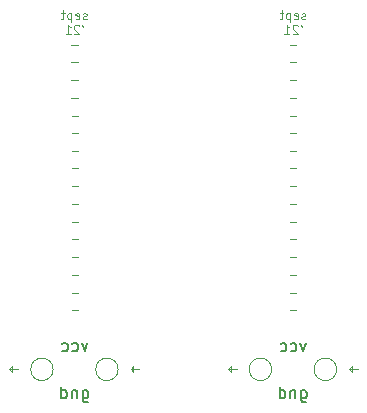
<source format=gbr>
G04 #@! TF.GenerationSoftware,KiCad,Pcbnew,5.1.10*
G04 #@! TF.CreationDate,2021-09-23T13:58:25+02:00*
G04 #@! TF.ProjectId,char-panel,63686172-2d70-4616-9e65-6c2e6b696361,rev?*
G04 #@! TF.SameCoordinates,Original*
G04 #@! TF.FileFunction,Legend,Bot*
G04 #@! TF.FilePolarity,Positive*
%FSLAX46Y46*%
G04 Gerber Fmt 4.6, Leading zero omitted, Abs format (unit mm)*
G04 Created by KiCad (PCBNEW 5.1.10) date 2021-09-23 13:58:25*
%MOMM*%
%LPD*%
G01*
G04 APERTURE LIST*
%ADD10C,0.150000*%
%ADD11C,0.120000*%
%ADD12C,0.100000*%
G04 APERTURE END LIST*
D10*
X77345248Y-83785715D02*
X77107152Y-84452381D01*
X76869057Y-83785715D01*
X76059533Y-84404762D02*
X76154771Y-84452381D01*
X76345248Y-84452381D01*
X76440486Y-84404762D01*
X76488105Y-84357143D01*
X76535724Y-84261905D01*
X76535724Y-83976191D01*
X76488105Y-83880953D01*
X76440486Y-83833334D01*
X76345248Y-83785715D01*
X76154771Y-83785715D01*
X76059533Y-83833334D01*
X75202390Y-84404762D02*
X75297629Y-84452381D01*
X75488105Y-84452381D01*
X75583343Y-84404762D01*
X75630962Y-84357143D01*
X75678581Y-84261905D01*
X75678581Y-83976191D01*
X75630962Y-83880953D01*
X75583343Y-83833334D01*
X75488105Y-83785715D01*
X75297629Y-83785715D01*
X75202390Y-83833334D01*
X76940486Y-87785715D02*
X76940486Y-88595239D01*
X76988105Y-88690477D01*
X77035724Y-88738096D01*
X77130962Y-88785715D01*
X77273819Y-88785715D01*
X77369057Y-88738096D01*
X76940486Y-88404762D02*
X77035724Y-88452381D01*
X77226200Y-88452381D01*
X77321438Y-88404762D01*
X77369057Y-88357143D01*
X77416676Y-88261905D01*
X77416676Y-87976191D01*
X77369057Y-87880953D01*
X77321438Y-87833334D01*
X77226200Y-87785715D01*
X77035724Y-87785715D01*
X76940486Y-87833334D01*
X76464295Y-87785715D02*
X76464295Y-88452381D01*
X76464295Y-87880953D02*
X76416676Y-87833334D01*
X76321438Y-87785715D01*
X76178581Y-87785715D01*
X76083343Y-87833334D01*
X76035724Y-87928572D01*
X76035724Y-88452381D01*
X75130962Y-88452381D02*
X75130962Y-87452381D01*
X75130962Y-88404762D02*
X75226200Y-88452381D01*
X75416676Y-88452381D01*
X75511914Y-88404762D01*
X75559533Y-88357143D01*
X75607152Y-88261905D01*
X75607152Y-87976191D01*
X75559533Y-87880953D01*
X75511914Y-87833334D01*
X75416676Y-87785715D01*
X75226200Y-87785715D01*
X75130962Y-87833334D01*
D11*
X71500010Y-86000001D02*
X70750010Y-86000001D01*
X70750010Y-86000001D02*
X71000010Y-85750001D01*
X71000010Y-85750001D02*
X71000010Y-86250001D01*
X71000010Y-86250001D02*
X70750010Y-86000001D01*
X81750010Y-86000001D02*
X81000010Y-86000001D01*
X81000010Y-86000001D02*
X81250010Y-85750001D01*
X81250010Y-85750001D02*
X81250010Y-86250001D01*
X81250010Y-86250001D02*
X81000010Y-86000001D01*
D12*
X77285724Y-56303572D02*
X77214295Y-56339286D01*
X77071438Y-56339286D01*
X77000010Y-56303572D01*
X76964295Y-56232143D01*
X76964295Y-56196429D01*
X77000010Y-56125001D01*
X77071438Y-56089286D01*
X77178581Y-56089286D01*
X77250010Y-56053572D01*
X77285724Y-55982143D01*
X77285724Y-55946429D01*
X77250010Y-55875001D01*
X77178581Y-55839286D01*
X77071438Y-55839286D01*
X77000010Y-55875001D01*
X76357152Y-56303572D02*
X76428581Y-56339286D01*
X76571438Y-56339286D01*
X76642867Y-56303572D01*
X76678581Y-56232143D01*
X76678581Y-55946429D01*
X76642867Y-55875001D01*
X76571438Y-55839286D01*
X76428581Y-55839286D01*
X76357152Y-55875001D01*
X76321438Y-55946429D01*
X76321438Y-56017858D01*
X76678581Y-56089286D01*
X76000010Y-55839286D02*
X76000010Y-56589286D01*
X76000010Y-55875001D02*
X75928581Y-55839286D01*
X75785724Y-55839286D01*
X75714295Y-55875001D01*
X75678581Y-55910715D01*
X75642867Y-55982143D01*
X75642867Y-56196429D01*
X75678581Y-56267858D01*
X75714295Y-56303572D01*
X75785724Y-56339286D01*
X75928581Y-56339286D01*
X76000010Y-56303572D01*
X75428581Y-55839286D02*
X75142867Y-55839286D01*
X75321438Y-55589286D02*
X75321438Y-56232143D01*
X75285724Y-56303572D01*
X75214295Y-56339286D01*
X75142867Y-56339286D01*
X76928581Y-56839286D02*
X77000010Y-56982143D01*
X76642867Y-56910715D02*
X76607152Y-56875001D01*
X76535724Y-56839286D01*
X76357152Y-56839286D01*
X76285724Y-56875001D01*
X76250010Y-56910715D01*
X76214295Y-56982143D01*
X76214295Y-57053572D01*
X76250010Y-57160715D01*
X76678581Y-57589286D01*
X76214295Y-57589286D01*
X75500010Y-57589286D02*
X75928581Y-57589286D01*
X75714295Y-57589286D02*
X75714295Y-56839286D01*
X75785724Y-56946429D01*
X75857152Y-57017858D01*
X75928581Y-57053572D01*
D10*
X58845239Y-83785715D02*
X58607143Y-84452381D01*
X58369048Y-83785715D01*
X57559524Y-84404762D02*
X57654762Y-84452381D01*
X57845239Y-84452381D01*
X57940477Y-84404762D01*
X57988096Y-84357143D01*
X58035715Y-84261905D01*
X58035715Y-83976191D01*
X57988096Y-83880953D01*
X57940477Y-83833334D01*
X57845239Y-83785715D01*
X57654762Y-83785715D01*
X57559524Y-83833334D01*
X56702381Y-84404762D02*
X56797620Y-84452381D01*
X56988096Y-84452381D01*
X57083334Y-84404762D01*
X57130953Y-84357143D01*
X57178572Y-84261905D01*
X57178572Y-83976191D01*
X57130953Y-83880953D01*
X57083334Y-83833334D01*
X56988096Y-83785715D01*
X56797620Y-83785715D01*
X56702381Y-83833334D01*
X58440477Y-87785715D02*
X58440477Y-88595239D01*
X58488096Y-88690477D01*
X58535715Y-88738096D01*
X58630953Y-88785715D01*
X58773810Y-88785715D01*
X58869048Y-88738096D01*
X58440477Y-88404762D02*
X58535715Y-88452381D01*
X58726191Y-88452381D01*
X58821429Y-88404762D01*
X58869048Y-88357143D01*
X58916667Y-88261905D01*
X58916667Y-87976191D01*
X58869048Y-87880953D01*
X58821429Y-87833334D01*
X58726191Y-87785715D01*
X58535715Y-87785715D01*
X58440477Y-87833334D01*
X57964286Y-87785715D02*
X57964286Y-88452381D01*
X57964286Y-87880953D02*
X57916667Y-87833334D01*
X57821429Y-87785715D01*
X57678572Y-87785715D01*
X57583334Y-87833334D01*
X57535715Y-87928572D01*
X57535715Y-88452381D01*
X56630953Y-88452381D02*
X56630953Y-87452381D01*
X56630953Y-88404762D02*
X56726191Y-88452381D01*
X56916667Y-88452381D01*
X57011905Y-88404762D01*
X57059524Y-88357143D01*
X57107143Y-88261905D01*
X57107143Y-87976191D01*
X57059524Y-87880953D01*
X57011905Y-87833334D01*
X56916667Y-87785715D01*
X56726191Y-87785715D01*
X56630953Y-87833334D01*
D11*
X53000001Y-86000001D02*
X52250001Y-86000001D01*
X52250001Y-86000001D02*
X52500001Y-85750001D01*
X52500001Y-85750001D02*
X52500001Y-86250001D01*
X52500001Y-86250001D02*
X52250001Y-86000001D01*
X63250001Y-86000001D02*
X62500001Y-86000001D01*
X62500001Y-86000001D02*
X62750001Y-85750001D01*
X62750001Y-85750001D02*
X62750001Y-86250001D01*
X62750001Y-86250001D02*
X62500001Y-86000001D01*
D12*
X58785715Y-56303572D02*
X58714286Y-56339286D01*
X58571429Y-56339286D01*
X58500001Y-56303572D01*
X58464286Y-56232143D01*
X58464286Y-56196429D01*
X58500001Y-56125001D01*
X58571429Y-56089286D01*
X58678572Y-56089286D01*
X58750001Y-56053572D01*
X58785715Y-55982143D01*
X58785715Y-55946429D01*
X58750001Y-55875001D01*
X58678572Y-55839286D01*
X58571429Y-55839286D01*
X58500001Y-55875001D01*
X57857143Y-56303572D02*
X57928572Y-56339286D01*
X58071429Y-56339286D01*
X58142858Y-56303572D01*
X58178572Y-56232143D01*
X58178572Y-55946429D01*
X58142858Y-55875001D01*
X58071429Y-55839286D01*
X57928572Y-55839286D01*
X57857143Y-55875001D01*
X57821429Y-55946429D01*
X57821429Y-56017858D01*
X58178572Y-56089286D01*
X57500001Y-55839286D02*
X57500001Y-56589286D01*
X57500001Y-55875001D02*
X57428572Y-55839286D01*
X57285715Y-55839286D01*
X57214286Y-55875001D01*
X57178572Y-55910715D01*
X57142858Y-55982143D01*
X57142858Y-56196429D01*
X57178572Y-56267858D01*
X57214286Y-56303572D01*
X57285715Y-56339286D01*
X57428572Y-56339286D01*
X57500001Y-56303572D01*
X56928572Y-55839286D02*
X56642858Y-55839286D01*
X56821429Y-55589286D02*
X56821429Y-56232143D01*
X56785715Y-56303572D01*
X56714286Y-56339286D01*
X56642858Y-56339286D01*
X58428572Y-56839286D02*
X58500001Y-56982143D01*
X58142858Y-56910715D02*
X58107143Y-56875001D01*
X58035715Y-56839286D01*
X57857143Y-56839286D01*
X57785715Y-56875001D01*
X57750001Y-56910715D01*
X57714286Y-56982143D01*
X57714286Y-57053572D01*
X57750001Y-57160715D01*
X58178572Y-57589286D01*
X57714286Y-57589286D01*
X57000001Y-57589286D02*
X57428572Y-57589286D01*
X57214286Y-57589286D02*
X57214286Y-56839286D01*
X57285715Y-56946429D01*
X57357143Y-57017858D01*
X57428572Y-57053572D01*
D11*
G04 #@! TO.C,C1*
X76511262Y-58515001D02*
X75988758Y-58515001D01*
X76511262Y-59985001D02*
X75988758Y-59985001D01*
G04 #@! TO.C,C2*
X76511262Y-61515001D02*
X75988758Y-61515001D01*
X76511262Y-62985001D02*
X75988758Y-62985001D01*
G04 #@! TO.C,C3*
X76548762Y-64515001D02*
X76026258Y-64515001D01*
X76548762Y-65985001D02*
X76026258Y-65985001D01*
G04 #@! TO.C,C4*
X76548762Y-67515001D02*
X76026258Y-67515001D01*
X76548762Y-68985001D02*
X76026258Y-68985001D01*
G04 #@! TO.C,C5*
X76548762Y-70515001D02*
X76026258Y-70515001D01*
X76548762Y-71985001D02*
X76026258Y-71985001D01*
G04 #@! TO.C,C6*
X76548762Y-73515001D02*
X76026258Y-73515001D01*
X76548762Y-74985001D02*
X76026258Y-74985001D01*
G04 #@! TO.C,C7*
X76548762Y-76515001D02*
X76026258Y-76515001D01*
X76548762Y-77985001D02*
X76026258Y-77985001D01*
G04 #@! TO.C,C8*
X76548762Y-79515001D02*
X76026258Y-79515001D01*
X76548762Y-80985001D02*
X76026258Y-80985001D01*
G04 #@! TO.C,TP1*
X79950010Y-86000001D02*
G75*
G03*
X79950010Y-86000001I-950000J0D01*
G01*
G04 #@! TO.C,TP2*
X74450010Y-86000001D02*
G75*
G03*
X74450010Y-86000001I-950000J0D01*
G01*
G04 #@! TO.C,C1*
X58011253Y-58515001D02*
X57488749Y-58515001D01*
X58011253Y-59985001D02*
X57488749Y-59985001D01*
G04 #@! TO.C,C2*
X58011253Y-61515001D02*
X57488749Y-61515001D01*
X58011253Y-62985001D02*
X57488749Y-62985001D01*
G04 #@! TO.C,C3*
X58048753Y-64515001D02*
X57526249Y-64515001D01*
X58048753Y-65985001D02*
X57526249Y-65985001D01*
G04 #@! TO.C,C4*
X58048753Y-67515001D02*
X57526249Y-67515001D01*
X58048753Y-68985001D02*
X57526249Y-68985001D01*
G04 #@! TO.C,C5*
X58048753Y-70515001D02*
X57526249Y-70515001D01*
X58048753Y-71985001D02*
X57526249Y-71985001D01*
G04 #@! TO.C,C6*
X58048753Y-73515001D02*
X57526249Y-73515001D01*
X58048753Y-74985001D02*
X57526249Y-74985001D01*
G04 #@! TO.C,C7*
X58048753Y-76515001D02*
X57526249Y-76515001D01*
X58048753Y-77985001D02*
X57526249Y-77985001D01*
G04 #@! TO.C,C8*
X58048753Y-79515001D02*
X57526249Y-79515001D01*
X58048753Y-80985001D02*
X57526249Y-80985001D01*
G04 #@! TO.C,TP1*
X61450001Y-86000001D02*
G75*
G03*
X61450001Y-86000001I-950000J0D01*
G01*
G04 #@! TO.C,TP2*
X55950001Y-86000001D02*
G75*
G03*
X55950001Y-86000001I-950000J0D01*
G01*
G04 #@! TD*
M02*

</source>
